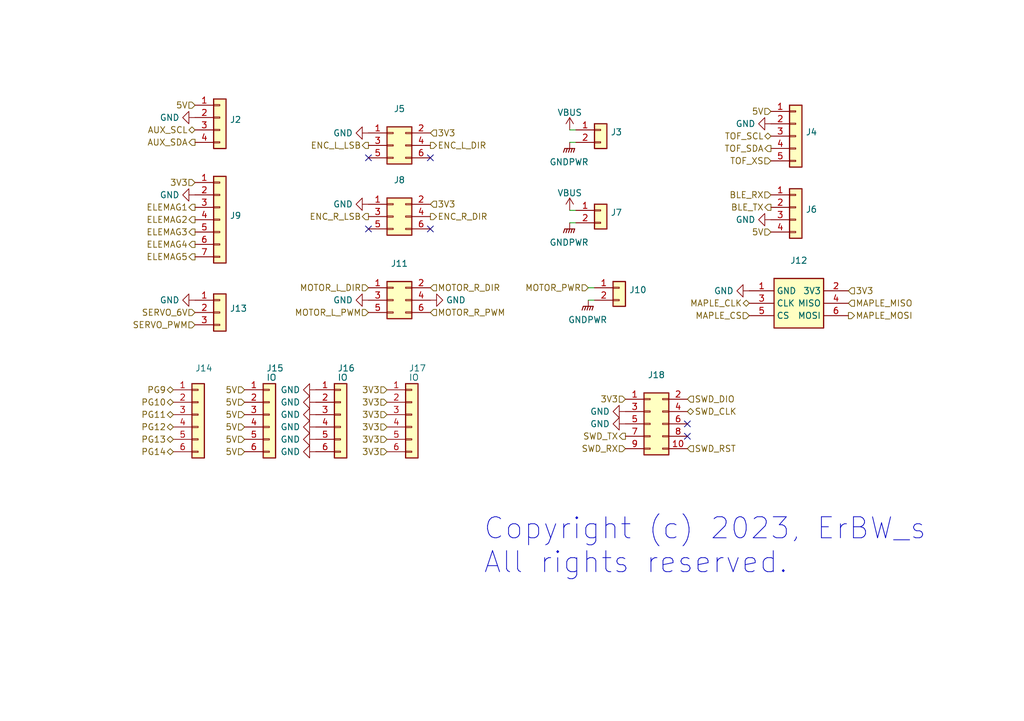
<source format=kicad_sch>
(kicad_sch (version 20211123) (generator eeschema)
  (paper "A5")
  (lib_symbols
    (symbol "Connector_Generic:Conn_01x02" (pin_names (offset 1.016) hide)
      (property "Reference" "J" (at 0 2.54 0))
      (property "Value" "Conn_01x02" (at 0 -5.08 0))
      (symbol "Conn_01x02_1_1"
        (rectangle (start -1.27 -2.413) (end 0 -2.667) (stroke (width 0.1524)))
        (rectangle (start -1.27 0.127) (end 0 -0.127) (stroke (width 0.1524)))
        (rectangle (start -1.27 1.27) (end 1.27 -3.81) (stroke (width 0.254)) (fill (type background)))
        (pin passive line (at -5.08 0 0) (length 3.81) (name "Pin_1") (number "1"))
        (pin passive line (at -5.08 -2.54 0) (length 3.81) (name "Pin_2") (number "2"))
      )
    )
    (symbol "Connector_Generic:Conn_01x03" (pin_names (offset 1.016) hide)
      (property "Reference" "J" (at 0 5.08 0))
      (property "Value" "Conn_01x03" (at 0 -5.08 0))
      (symbol "Conn_01x03_1_1"
        (rectangle (start -1.27 -2.413) (end 0 -2.667) (stroke (width 0.1524)))
        (rectangle (start -1.27 0.127) (end 0 -0.127) (stroke (width 0.1524)))
        (rectangle (start -1.27 2.667) (end 0 2.413) (stroke (width 0.1524)))
        (rectangle (start -1.27 3.81) (end 1.27 -3.81) (stroke (width 0.254)) (fill (type background)))
        (pin passive line (at -5.08 2.54 0) (length 3.81) (name "Pin_1") (number "1"))
        (pin passive line (at -5.08 0 0) (length 3.81) (name "Pin_2") (number "2"))
        (pin passive line (at -5.08 -2.54 0) (length 3.81) (name "Pin_3") (number "3"))
      )
    )
    (symbol "Connector_Generic:Conn_01x04" (pin_names (offset 1.016) hide)
      (property "Reference" "J" (at 0 5.08 0))
      (property "Value" "Conn_01x04" (at 0 -7.62 0))
      (symbol "Conn_01x04_1_1"
        (rectangle (start -1.27 -4.953) (end 0 -5.207) (stroke (width 0.1524)))
        (rectangle (start -1.27 -2.413) (end 0 -2.667) (stroke (width 0.1524)))
        (rectangle (start -1.27 0.127) (end 0 -0.127) (stroke (width 0.1524)))
        (rectangle (start -1.27 2.667) (end 0 2.413) (stroke (width 0.1524)))
        (rectangle (start -1.27 3.81) (end 1.27 -6.35) (stroke (width 0.254)) (fill (type background)))
        (pin passive line (at -5.08 2.54 0) (length 3.81) (name "Pin_1") (number "1"))
        (pin passive line (at -5.08 0 0) (length 3.81) (name "Pin_2") (number "2"))
        (pin passive line (at -5.08 -2.54 0) (length 3.81) (name "Pin_3") (number "3"))
        (pin passive line (at -5.08 -5.08 0) (length 3.81) (name "Pin_4") (number "4"))
      )
    )
    (symbol "Connector_Generic:Conn_01x05" (pin_names (offset 1.016) hide)
      (property "Reference" "J" (at 0 7.62 0))
      (property "Value" "Conn_01x05" (at 0 -7.62 0))
      (symbol "Conn_01x05_1_1"
        (rectangle (start -1.27 -4.953) (end 0 -5.207) (stroke (width 0.1524)))
        (rectangle (start -1.27 -2.413) (end 0 -2.667) (stroke (width 0.1524)))
        (rectangle (start -1.27 0.127) (end 0 -0.127) (stroke (width 0.1524)))
        (rectangle (start -1.27 2.667) (end 0 2.413) (stroke (width 0.1524)))
        (rectangle (start -1.27 5.207) (end 0 4.953) (stroke (width 0.1524)))
        (rectangle (start -1.27 6.35) (end 1.27 -6.35) (stroke (width 0.254)) (fill (type background)))
        (pin passive line (at -5.08 5.08 0) (length 3.81) (name "Pin_1") (number "1"))
        (pin passive line (at -5.08 2.54 0) (length 3.81) (name "Pin_2") (number "2"))
        (pin passive line (at -5.08 0 0) (length 3.81) (name "Pin_3") (number "3"))
        (pin passive line (at -5.08 -2.54 0) (length 3.81) (name "Pin_4") (number "4"))
        (pin passive line (at -5.08 -5.08 0) (length 3.81) (name "Pin_5") (number "5"))
      )
    )
    (symbol "Connector_Generic:Conn_01x06" (pin_names (offset 1.016) hide)
      (property "Reference" "J" (at 0 7.62 0))
      (property "Value" "Conn_01x06" (at 0 -10.16 0))
      (symbol "Conn_01x06_1_1"
        (rectangle (start -1.27 -7.493) (end 0 -7.747) (stroke (width 0.1524)))
        (rectangle (start -1.27 -4.953) (end 0 -5.207) (stroke (width 0.1524)))
        (rectangle (start -1.27 -2.413) (end 0 -2.667) (stroke (width 0.1524)))
        (rectangle (start -1.27 0.127) (end 0 -0.127) (stroke (width 0.1524)))
        (rectangle (start -1.27 2.667) (end 0 2.413) (stroke (width 0.1524)))
        (rectangle (start -1.27 5.207) (end 0 4.953) (stroke (width 0.1524)))
        (rectangle (start -1.27 6.35) (end 1.27 -8.89) (stroke (width 0.254)) (fill (type background)))
        (pin passive line (at -5.08 5.08 0) (length 3.81) (name "Pin_1") (number "1"))
        (pin passive line (at -5.08 2.54 0) (length 3.81) (name "Pin_2") (number "2"))
        (pin passive line (at -5.08 0 0) (length 3.81) (name "Pin_3") (number "3"))
        (pin passive line (at -5.08 -2.54 0) (length 3.81) (name "Pin_4") (number "4"))
        (pin passive line (at -5.08 -5.08 0) (length 3.81) (name "Pin_5") (number "5"))
        (pin passive line (at -5.08 -7.62 0) (length 3.81) (name "Pin_6") (number "6"))
      )
    )
    (symbol "Connector_Generic:Conn_01x07" (pin_names (offset 1.016) hide)
      (property "Reference" "J" (at 0 10.16 0))
      (property "Value" "Conn_01x07" (at 0 -10.16 0))
      (symbol "Conn_01x07_1_1"
        (rectangle (start -1.27 -7.493) (end 0 -7.747) (stroke (width 0.1524)))
        (rectangle (start -1.27 -4.953) (end 0 -5.207) (stroke (width 0.1524)))
        (rectangle (start -1.27 -2.413) (end 0 -2.667) (stroke (width 0.1524)))
        (rectangle (start -1.27 0.127) (end 0 -0.127) (stroke (width 0.1524)))
        (rectangle (start -1.27 2.667) (end 0 2.413) (stroke (width 0.1524)))
        (rectangle (start -1.27 5.207) (end 0 4.953) (stroke (width 0.1524)))
        (rectangle (start -1.27 7.747) (end 0 7.493) (stroke (width 0.1524)))
        (rectangle (start -1.27 8.89) (end 1.27 -8.89) (stroke (width 0.254)) (fill (type background)))
        (pin passive line (at -5.08 7.62 0) (length 3.81) (name "Pin_1") (number "1"))
        (pin passive line (at -5.08 5.08 0) (length 3.81) (name "Pin_2") (number "2"))
        (pin passive line (at -5.08 2.54 0) (length 3.81) (name "Pin_3") (number "3"))
        (pin passive line (at -5.08 0 0) (length 3.81) (name "Pin_4") (number "4"))
        (pin passive line (at -5.08 -2.54 0) (length 3.81) (name "Pin_5") (number "5"))
        (pin passive line (at -5.08 -5.08 0) (length 3.81) (name "Pin_6") (number "6"))
        (pin passive line (at -5.08 -7.62 0) (length 3.81) (name "Pin_7") (number "7"))
      )
    )
    (symbol "Connector_Generic:Conn_02x03_Odd_Even" (pin_names (offset 1.016) hide)
      (property "Reference" "J" (at 1.27 5.08 0))
      (property "Value" "Conn_02x03_Odd_Even" (at 1.27 -5.08 0))
      (symbol "Conn_02x03_Odd_Even_1_1"
        (rectangle (start -1.27 -2.413) (end 0 -2.667) (stroke (width 0.1524)))
        (rectangle (start -1.27 0.127) (end 0 -0.127) (stroke (width 0.1524)))
        (rectangle (start -1.27 2.667) (end 0 2.413) (stroke (width 0.1524)))
        (rectangle (start -1.27 3.81) (end 3.81 -3.81) (stroke (width 0.254)) (fill (type background)))
        (rectangle (start 3.81 -2.413) (end 2.54 -2.667) (stroke (width 0.1524)))
        (rectangle (start 3.81 0.127) (end 2.54 -0.127) (stroke (width 0.1524)))
        (rectangle (start 3.81 2.667) (end 2.54 2.413) (stroke (width 0.1524)))
        (pin passive line (at -5.08 2.54 0) (length 3.81) (name "Pin_1") (number "1"))
        (pin passive line (at 7.62 2.54 180) (length 3.81) (name "Pin_2") (number "2"))
        (pin passive line (at -5.08 0 0) (length 3.81) (name "Pin_3") (number "3"))
        (pin passive line (at 7.62 0 180) (length 3.81) (name "Pin_4") (number "4"))
        (pin passive line (at -5.08 -2.54 0) (length 3.81) (name "Pin_5") (number "5"))
        (pin passive line (at 7.62 -2.54 180) (length 3.81) (name "Pin_6") (number "6"))
      )
    )
    (symbol "Connector_Generic:Conn_02x05_Odd_Even" (pin_names (offset 1.016) hide)
      (property "Reference" "J" (at 1.27 7.62 0))
      (property "Value" "Conn_02x05_Odd_Even" (at 1.27 -7.62 0))
      (symbol "Conn_02x05_Odd_Even_1_1"
        (rectangle (start -1.27 -4.953) (end 0 -5.207) (stroke (width 0.1524)))
        (rectangle (start -1.27 -2.413) (end 0 -2.667) (stroke (width 0.1524)))
        (rectangle (start -1.27 0.127) (end 0 -0.127) (stroke (width 0.1524)))
        (rectangle (start -1.27 2.667) (end 0 2.413) (stroke (width 0.1524)))
        (rectangle (start -1.27 5.207) (end 0 4.953) (stroke (width 0.1524)))
        (rectangle (start -1.27 6.35) (end 3.81 -6.35) (stroke (width 0.254)) (fill (type background)))
        (rectangle (start 3.81 -4.953) (end 2.54 -5.207) (stroke (width 0.1524)))
        (rectangle (start 3.81 -2.413) (end 2.54 -2.667) (stroke (width 0.1524)))
        (rectangle (start 3.81 0.127) (end 2.54 -0.127) (stroke (width 0.1524)))
        (rectangle (start 3.81 2.667) (end 2.54 2.413) (stroke (width 0.1524)))
        (rectangle (start 3.81 5.207) (end 2.54 4.953) (stroke (width 0.1524)))
        (pin passive line (at -5.08 5.08 0) (length 3.81) (name "Pin_1") (number "1"))
        (pin passive line (at 7.62 -5.08 180) (length 3.81) (name "Pin_10") (number "10"))
        (pin passive line (at 7.62 5.08 180) (length 3.81) (name "Pin_2") (number "2"))
        (pin passive line (at -5.08 2.54 0) (length 3.81) (name "Pin_3") (number "3"))
        (pin passive line (at 7.62 2.54 180) (length 3.81) (name "Pin_4") (number "4"))
        (pin passive line (at -5.08 0 0) (length 3.81) (name "Pin_5") (number "5"))
        (pin passive line (at 7.62 0 180) (length 3.81) (name "Pin_6") (number "6"))
        (pin passive line (at -5.08 -2.54 0) (length 3.81) (name "Pin_7") (number "7"))
        (pin passive line (at 7.62 -2.54 180) (length 3.81) (name "Pin_8") (number "8"))
        (pin passive line (at -5.08 -5.08 0) (length 3.81) (name "Pin_9") (number "9"))
      )
    )
    (symbol "ErBW_s:Maple"
      (property "Reference" "H" (at 0 6.35 0))
      (property "Value" "Maple" (at 0 -6.35 0))
      (symbol "Maple_0_1"
        (rectangle (start -5.08 5.08) (end 5.08 -5.08) (stroke (width 0.254)) (fill (type background)))
      )
      (symbol "Maple_1_1"
        (pin power_in line (at -10.16 2.54 0) (length 5.08) (name "GND") (number "1"))
        (pin power_in line (at 10.16 2.54 180) (length 5.08) (name "3V3") (number "2"))
        (pin bidirectional line (at -10.16 0 0) (length 5.08) (name "CLK") (number "3"))
        (pin bidirectional line (at 10.16 0 180) (length 5.08) (name "MISO") (number "4"))
        (pin bidirectional line (at -10.16 -2.54 0) (length 5.08) (name "CS") (number "5"))
        (pin bidirectional line (at 10.16 -2.54 180) (length 5.08) (name "MOSI") (number "6"))
      )
    )
    (symbol "power:GND" (power) (pin_names (offset 0))
      (property "Value" "GND" (at 0 -3.81 0))
      (symbol "GND_0_1"
        (polyline (pts (xy 0 0) (xy 0 -1.27) (xy 1.27 -1.27) (xy 0 -2.54) (xy -1.27 -1.27) (xy 0 -1.27)))
      )
      (symbol "GND_1_1"
        (pin power_in line (at 0 0 270) (length 0) hide (name "GND") (number "1"))
      )
    )
    (symbol "power:GNDPWR" (power) (pin_names (offset 0))
      (property "Value" "GNDPWR" (at 0 -3.302 0))
      (symbol "GNDPWR_0_1"
        (polyline (pts (xy 0 -1.27) (xy 0 0)))
        (polyline (pts (xy -1.016 -1.27) (xy -1.27 -2.032) (xy -1.27 -2.032)) (stroke (width 0.2032)))
        (polyline (pts (xy -0.508 -1.27) (xy -0.762 -2.032) (xy -0.762 -2.032)) (stroke (width 0.2032)))
        (polyline (pts (xy 0 -1.27) (xy -0.254 -2.032) (xy -0.254 -2.032)) (stroke (width 0.2032)))
        (polyline (pts (xy 0.508 -1.27) (xy 0.254 -2.032) (xy 0.254 -2.032)) (stroke (width 0.2032)))
        (polyline (pts (xy 1.016 -1.27) (xy -1.016 -1.27) (xy -1.016 -1.27)) (stroke (width 0.2032)))
        (polyline (pts (xy 1.016 -1.27) (xy 0.762 -2.032) (xy 0.762 -2.032) (xy 0.762 -2.032)) (stroke (width 0.2032)))
      )
      (symbol "GNDPWR_1_1"
        (pin power_in line (at 0 0 270) (length 0) hide (name "GNDPWR") (number "1"))
      )
    )
    (symbol "power:VBUS" (power) (pin_names (offset 0))
      (property "Value" "VBUS" (at 0 3.81 0))
      (symbol "VBUS_0_1"
        (polyline (pts (xy -0.762 1.27) (xy 0 2.54)))
        (polyline (pts (xy 0 0) (xy 0 2.54)))
        (polyline (pts (xy 0 2.54) (xy 0.762 1.27)))
      )
      (symbol "VBUS_1_1"
        (pin power_in line (at 0 0 90) (length 0) hide (name "VBUS") (number "1"))
      )
    )
  )
  (no_connect (at 140.97 89.535))
  (no_connect (at 75.565 32.385))
  (no_connect (at 88.265 32.385))
  (no_connect (at 75.565 46.99))
  (no_connect (at 88.265 46.99))
  (no_connect (at 140.97 86.995))
  (wire (pts (xy 116.84 45.72) (xy 118.11 45.72)))
  (wire (pts (xy 116.84 29.21) (xy 118.11 29.21)))
  (wire (pts (xy 120.65 59.055) (xy 121.92 59.055)))
  (wire (pts (xy 116.84 43.18) (xy 118.11 43.18)))
  (wire (pts (xy 120.65 61.595) (xy 121.92 61.595)))
  (wire (pts (xy 116.84 26.67) (xy 118.11 26.67)))
  (text "Copyright (c) 2023, ErBW_s\nAll rights reserved." (at 99.06 118.11 0) (effects (font (size 4.318 4.318)) (justify left bottom)))
  (hierarchical_label "ENC_R_LSB" (shape output) (at 75.565 44.45 180))
  (hierarchical_label "5V" (shape input) (at 50.165 90.17 180))
  (hierarchical_label "3V3" (shape input) (at 79.375 82.55 180))
  (hierarchical_label "AUX_SDA" (shape output) (at 40.005 29.21 180))
  (hierarchical_label "3V3" (shape input) (at 79.375 92.71 180))
  (hierarchical_label "SERVO_6V" (shape input) (at 40.005 64.135 180))
  (hierarchical_label "SWD_TX" (shape output) (at 128.27 89.535 180))
  (hierarchical_label "3V3" (shape input) (at 40.005 37.465 180))
  (hierarchical_label "ENC_L_LSB" (shape output) (at 75.565 29.845 180))
  (hierarchical_label "PG13" (shape bidirectional) (at 35.56 90.17 180))
  (hierarchical_label "BLE_RX" (shape input) (at 158.115 40.005 180))
  (hierarchical_label "SWD_RX" (shape input) (at 128.27 92.075 180))
  (hierarchical_label "TOF_SCL" (shape bidirectional) (at 158.115 27.94 180))
  (hierarchical_label "3V3" (shape input) (at 128.27 81.915 180))
  (hierarchical_label "5V" (shape input) (at 158.115 22.86 180))
  (hierarchical_label "SWD_CLK" (shape bidirectional) (at 140.97 84.455 0))
  (hierarchical_label "5V" (shape input) (at 50.165 87.63 180))
  (hierarchical_label "ENC_R_DIR" (shape output) (at 88.265 44.45 0))
  (hierarchical_label "3V3" (shape input) (at 79.375 80.01 180))
  (hierarchical_label "BLE_TX" (shape output) (at 158.115 42.545 180))
  (hierarchical_label "ELEMAG1" (shape output) (at 40.005 42.545 180))
  (hierarchical_label "MAPLE_MISO" (shape input) (at 173.99 62.23 0))
  (hierarchical_label "MOTOR_R_DIR" (shape input) (at 88.265 59.055 0))
  (hierarchical_label "SERVO_PWM" (shape input) (at 40.005 66.675 180))
  (hierarchical_label "ENC_L_DIR" (shape output) (at 88.265 29.845 0))
  (hierarchical_label "PG12" (shape bidirectional) (at 35.56 87.63 180))
  (hierarchical_label "5V" (shape input) (at 50.165 80.01 180))
  (hierarchical_label "5V" (shape input) (at 50.165 85.09 180))
  (hierarchical_label "5V" (shape input) (at 158.115 47.625 180))
  (hierarchical_label "ELEMAG3" (shape output) (at 40.005 47.625 180))
  (hierarchical_label "5V" (shape input) (at 40.005 21.59 180))
  (hierarchical_label "SWD_RST" (shape input) (at 140.97 92.075 0))
  (hierarchical_label "PG9" (shape bidirectional) (at 35.56 80.01 180))
  (hierarchical_label "TOF_XS" (shape input) (at 158.115 33.02 180))
  (hierarchical_label "SWD_DIO" (shape input) (at 140.97 81.915 0))
  (hierarchical_label "MAPLE_MOSI" (shape output) (at 173.99 64.77 0))
  (hierarchical_label "MAPLE_CLK" (shape bidirectional) (at 153.67 62.23 180))
  (hierarchical_label "AUX_SCL" (shape bidirectional) (at 40.005 26.67 180))
  (hierarchical_label "PG14" (shape bidirectional) (at 35.56 92.71 180))
  (hierarchical_label "3V3" (shape input) (at 88.265 41.91 0))
  (hierarchical_label "3V3" (shape input) (at 79.375 90.17 180))
  (hierarchical_label "5V" (shape input) (at 50.165 82.55 180))
  (hierarchical_label "ELEMAG2" (shape output) (at 40.005 45.085 180))
  (hierarchical_label "MAPLE_CS" (shape input) (at 153.67 64.77 180))
  (hierarchical_label "5V" (shape input) (at 50.165 92.71 180))
  (hierarchical_label "3V3" (shape input) (at 79.375 85.09 180))
  (hierarchical_label "3V3" (shape input) (at 88.265 27.305 0))
  (hierarchical_label "TOF_SDA" (shape output) (at 158.115 30.48 180))
  (hierarchical_label "PG10" (shape bidirectional) (at 35.56 82.55 180))
  (hierarchical_label "3V3" (shape input) (at 79.375 87.63 180))
  (hierarchical_label "3V3" (shape input) (at 173.99 59.69 0))
  (hierarchical_label "MOTOR_L_PWM" (shape input) (at 75.565 64.135 180))
  (hierarchical_label "PG11" (shape bidirectional) (at 35.56 85.09 180))
  (hierarchical_label "MOTOR_R_PWM" (shape input) (at 88.265 64.135 0))
  (hierarchical_label "MOTOR_L_DIR" (shape input) (at 75.565 59.055 180))
  (hierarchical_label "MOTOR_PWR" (shape input) (at 120.65 59.055 180))
  (hierarchical_label "ELEMAG5" (shape output) (at 40.005 52.705 180))
  (hierarchical_label "ELEMAG4" (shape output) (at 40.005 50.165 180))
  (symbol (lib_id "power:GND") (at 153.67 59.69 270) (unit 1)
    (property "Reference" "#PWR031" (effects hide))
    (property "Value" "GND" (at 150.495 59.69 90) (effects (justify right)))
  )
  (symbol (lib_id "Connector_Generic:Conn_02x05_Odd_Even") (at 133.35 86.995 0) (unit 1)
    (property "Reference" "J18" (at 134.62 76.9452 0))
  )
  (symbol (lib_id "Connector_Generic:Conn_02x03_Odd_Even") (at 80.645 29.845 0) (unit 1)
    (property "Reference" "J5" (at 81.915 22.3352 0))
  )
  (symbol (lib_id "power:GNDPWR") (at 116.84 29.21 0) (unit 1)
    (property "Reference" "#PWR025" (effects hide))
    (property "Value" "GNDPWR" (at 116.713 33.247 0))
  )
  (symbol (lib_id "power:GND") (at 64.77 80.01 270) (unit 1)
    (property "Reference" "#PWR036" (effects hide))
    (property "Value" "GND" (at 61.595 80.01 90) (effects (justify right)))
  )
  (symbol (lib_id "power:GND") (at 128.27 86.995 270) (unit 1)
    (property "Reference" "#PWR040" (effects hide))
    (property "Value" "GND" (at 125.095 86.995 90) (effects (justify right)))
  )
  (symbol (lib_id "Connector_Generic:Conn_01x06") (at 40.64 85.09 0) (unit 1)
    (property "Reference" "J14" (at 40.005 75.565 0) (effects (justify left)))
  )
  (symbol (lib_id "power:GND") (at 64.77 82.55 270) (unit 1)
    (property "Reference" "#PWR037" (effects hide))
    (property "Value" "GND" (at 61.595 82.55 90) (effects (justify right)))
  )
  (symbol (lib_id "Connector_Generic:Conn_01x06") (at 84.455 85.09 0) (unit 1)
    (property "Reference" "J17" (at 83.82 75.565 0) (effects (justify left)))
    (property "Value" "IO" (at 83.82 77.47 0) (effects (justify left)))
  )
  (symbol (lib_id "Connector_Generic:Conn_01x06") (at 55.245 85.09 0) (unit 1)
    (property "Reference" "J15" (at 54.61 75.565 0) (effects (justify left)))
    (property "Value" "IO" (at 54.61 77.47 0) (effects (justify left)))
  )
  (symbol (lib_id "Connector_Generic:Conn_01x02") (at 123.19 26.67 0) (unit 1)
    (property "Reference" "J3" (at 125.222 27.1053 0) (effects (justify left)))
    (property "Footprint" "Connector:VCC_CONN" (effects hide))
    (property "Reference" "J?" (effects hide))
    (property "Value" "PWR" (effects hide))
  )
  (symbol (lib_id "Connector_Generic:Conn_02x03_Odd_Even") (at 80.645 61.595 0) (unit 1)
    (property "Reference" "J11" (at 81.915 54.0852 0))
  )
  (symbol (lib_id "power:GND") (at 64.77 87.63 270) (unit 1)
    (property "Reference" "#PWR041" (effects hide))
    (property "Value" "GND" (at 61.595 87.63 90) (effects (justify right)))
  )
  (symbol (lib_id "power:GND") (at 64.77 90.17 270) (unit 1)
    (property "Reference" "#PWR042" (effects hide))
    (property "Value" "GND" (at 61.595 90.17 90) (effects (justify right)))
  )
  (symbol (lib_id "power:VBUS") (at 116.84 43.18 0) (unit 1)
    (property "Reference" "#PWR028" (effects hide))
    (property "Value" "VBUS" (at 116.84 39.6042 0))
  )
  (symbol (lib_id "ErBW_s:Maple") (at 163.83 62.23 0) (unit 1)
    (property "Reference" "J12" (at 163.83 53.4502 0))
  )
  (symbol (lib_id "Connector_Generic:Conn_01x02") (at 123.19 43.18 0) (unit 1)
    (property "Reference" "J7" (at 125.222 43.6153 0) (effects (justify left)))
    (property "Footprint" "Connector:VCC_CONN" (effects hide))
    (property "Reference" "J?" (effects hide))
    (property "Value" "PWR" (effects hide))
  )
  (symbol (lib_id "power:GND") (at 40.005 40.005 270) (unit 1)
    (property "Reference" "#PWR026" (effects hide))
    (property "Value" "GND" (at 36.83 40.005 90) (effects (justify right)))
  )
  (symbol (lib_id "power:GND") (at 40.005 61.595 270) (unit 1)
    (property "Reference" "#PWR032" (effects hide))
    (property "Value" "GND" (at 36.83 61.595 90) (effects (justify right)))
  )
  (symbol (lib_id "power:GND") (at 128.27 84.455 270) (unit 1)
    (property "Reference" "#PWR038" (effects hide))
    (property "Value" "GND" (at 125.095 84.455 90) (effects (justify right)))
  )
  (symbol (lib_id "power:GND") (at 158.115 45.085 270) (unit 1)
    (property "Reference" "#PWR029" (effects hide))
  )
  (symbol (lib_id "power:GND") (at 158.115 25.4 270) (unit 1)
    (property "Reference" "#PWR022" (effects hide))
    (property "Value" "GND" (at 154.94 25.4 90) (effects (justify right)))
  )
  (symbol (lib_id "Connector_Generic:Conn_01x02") (at 127 59.055 0) (unit 1)
    (property "Reference" "J10" (at 129.032 59.4903 0) (effects (justify left)))
  )
  (symbol (lib_id "Connector_Generic:Conn_01x06") (at 69.85 85.09 0) (unit 1)
    (property "Reference" "J16" (at 69.215 75.565 0) (effects (justify left)))
    (property "Value" "IO" (at 69.215 77.47 0) (effects (justify left)))
  )
  (symbol (lib_id "power:GND") (at 40.005 24.13 270) (unit 1)
    (property "Reference" "#PWR021" (effects hide))
    (property "Value" "GND" (at 36.83 24.13 90) (effects (justify right)))
  )
  (symbol (lib_id "power:GND") (at 75.565 41.91 270) (unit 1)
    (property "Reference" "#PWR027" (effects hide))
    (property "Value" "GND" (at 72.39 41.91 90) (effects (justify right)))
  )
  (symbol (lib_id "Connector_Generic:Conn_01x05") (at 163.195 27.94 0) (unit 1)
    (property "Reference" "J4" (at 165.227 27.1053 0) (effects (justify left)))
  )
  (symbol (lib_id "Connector_Generic:Conn_01x04") (at 163.195 42.545 0) (unit 1)
    (property "Reference" "J6" (at 165.227 42.9803 0) (effects (justify left)))
  )
  (symbol (lib_id "power:GND") (at 88.265 61.595 90) (unit 1)
    (property "Reference" "#PWR034" (effects hide))
    (property "Value" "GND" (at 91.44 61.595 90) (effects (justify right)))
  )
  (symbol (lib_id "Connector_Generic:Conn_01x03") (at 45.085 64.135 0) (unit 1)
    (property "Reference" "J13" (at 47.117 63.3003 0) (effects (justify left)))
  )
  (symbol (lib_id "power:VBUS") (at 116.84 26.67 0) (unit 1)
    (property "Reference" "#PWR023" (effects hide))
    (property "Value" "VBUS" (at 116.84 23.0942 0))
  )
  (symbol (lib_id "Connector_Generic:Conn_01x04") (at 45.085 24.13 0) (unit 1)
    (property "Reference" "J2" (at 47.117 24.5653 0) (effects (justify left)))
  )
  (symbol (lib_id "power:GND") (at 64.77 85.09 270) (unit 1)
    (property "Reference" "#PWR039" (effects hide))
    (property "Value" "GND" (at 61.595 85.09 90) (effects (justify right)))
  )
  (symbol (lib_id "Connector_Generic:Conn_02x03_Odd_Even") (at 80.645 44.45 0) (unit 1)
    (property "Reference" "J8" (at 81.915 36.9402 0))
    (property "Footprint" "Connector_PinHeader_2.54mm:PinHeader_2x03_P2.54mm_Vertical" (effects hide))
  )
  (symbol (lib_id "power:GND") (at 75.565 27.305 270) (unit 1)
    (property "Reference" "#PWR024" (effects hide))
    (property "Value" "GND" (at 72.39 27.305 90) (effects (justify right)))
  )
  (symbol (lib_id "power:GNDPWR") (at 120.65 61.595 0) (unit 1)
    (property "Reference" "#PWR035" (effects hide))
    (property "Value" "GNDPWR" (at 120.523 65.632 0))
  )
  (symbol (lib_id "power:GND") (at 75.565 61.595 270) (unit 1)
    (property "Reference" "#PWR033" (effects hide))
    (property "Value" "GND" (at 72.39 61.595 90) (effects (justify right)))
  )
  (symbol (lib_id "power:GNDPWR") (at 116.84 45.72 0) (unit 1)
    (property "Reference" "#PWR030" (effects hide))
    (property "Value" "GNDPWR" (at 116.713 49.757 0))
  )
  (symbol (lib_id "power:GND") (at 64.77 92.71 270) (unit 1)
    (property "Reference" "#PWR043" (effects hide))
    (property "Value" "GND" (at 61.595 92.71 90) (effects (justify right)))
  )
  (symbol (lib_id "Connector_Generic:Conn_01x07") (at 45.085 45.085 0) (unit 1)
    (property "Reference" "J9" (at 47.117 44.2503 0) (effects (justify left)))
  )
)
</source>
